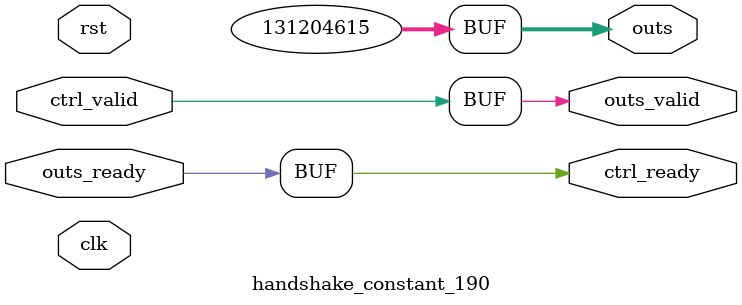
<source format=v>
`timescale 1ns / 1ps
module handshake_constant_190 #(
  parameter DATA_WIDTH = 32  // Default set to 32 bits
) (
  input                       clk,
  input                       rst,
  // Input Channel
  input                       ctrl_valid,
  output                      ctrl_ready,
  // Output Channel
  output [DATA_WIDTH - 1 : 0] outs,
  output                      outs_valid,
  input                       outs_ready
);
  assign outs       = 27'b111110100100000011000000111;
  assign outs_valid = ctrl_valid;
  assign ctrl_ready = outs_ready;

endmodule

</source>
